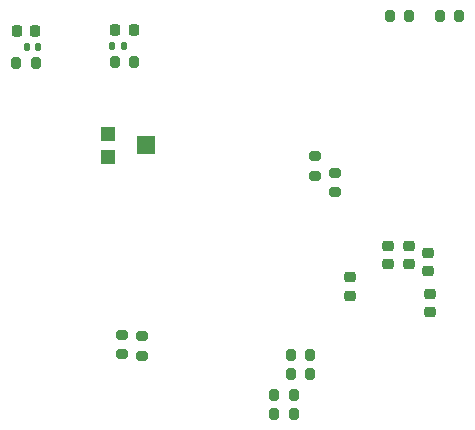
<source format=gbp>
G04 #@! TF.GenerationSoftware,KiCad,Pcbnew,7.0.7*
G04 #@! TF.CreationDate,2023-12-18T21:05:11-05:00*
G04 #@! TF.ProjectId,motor_board_pcb,6d6f746f-725f-4626-9f61-72645f706362,rev?*
G04 #@! TF.SameCoordinates,Original*
G04 #@! TF.FileFunction,Paste,Bot*
G04 #@! TF.FilePolarity,Positive*
%FSLAX46Y46*%
G04 Gerber Fmt 4.6, Leading zero omitted, Abs format (unit mm)*
G04 Created by KiCad (PCBNEW 7.0.7) date 2023-12-18 21:05:11*
%MOMM*%
%LPD*%
G01*
G04 APERTURE LIST*
G04 Aperture macros list*
%AMRoundRect*
0 Rectangle with rounded corners*
0 $1 Rounding radius*
0 $2 $3 $4 $5 $6 $7 $8 $9 X,Y pos of 4 corners*
0 Add a 4 corners polygon primitive as box body*
4,1,4,$2,$3,$4,$5,$6,$7,$8,$9,$2,$3,0*
0 Add four circle primitives for the rounded corners*
1,1,$1+$1,$2,$3*
1,1,$1+$1,$4,$5*
1,1,$1+$1,$6,$7*
1,1,$1+$1,$8,$9*
0 Add four rect primitives between the rounded corners*
20,1,$1+$1,$2,$3,$4,$5,0*
20,1,$1+$1,$4,$5,$6,$7,0*
20,1,$1+$1,$6,$7,$8,$9,0*
20,1,$1+$1,$8,$9,$2,$3,0*%
G04 Aperture macros list end*
%ADD10R,1.200000X1.200000*%
%ADD11R,1.500000X1.600000*%
%ADD12RoundRect,0.225000X0.250000X-0.225000X0.250000X0.225000X-0.250000X0.225000X-0.250000X-0.225000X0*%
%ADD13RoundRect,0.200000X0.275000X-0.200000X0.275000X0.200000X-0.275000X0.200000X-0.275000X-0.200000X0*%
%ADD14RoundRect,0.225000X-0.225000X-0.250000X0.225000X-0.250000X0.225000X0.250000X-0.225000X0.250000X0*%
%ADD15RoundRect,0.225000X0.225000X0.250000X-0.225000X0.250000X-0.225000X-0.250000X0.225000X-0.250000X0*%
%ADD16RoundRect,0.140000X-0.140000X-0.170000X0.140000X-0.170000X0.140000X0.170000X-0.140000X0.170000X0*%
%ADD17RoundRect,0.200000X0.200000X0.275000X-0.200000X0.275000X-0.200000X-0.275000X0.200000X-0.275000X0*%
%ADD18RoundRect,0.200000X-0.200000X-0.275000X0.200000X-0.275000X0.200000X0.275000X-0.200000X0.275000X0*%
%ADD19RoundRect,0.225000X-0.250000X0.225000X-0.250000X-0.225000X0.250000X-0.225000X0.250000X0.225000X0*%
%ADD20RoundRect,0.140000X0.140000X0.170000X-0.140000X0.170000X-0.140000X-0.170000X0.140000X-0.170000X0*%
G04 APERTURE END LIST*
D10*
X144005335Y-74750000D03*
D11*
X147255335Y-73750000D03*
D10*
X144005335Y-72750000D03*
D12*
X164500000Y-86475000D03*
X164500000Y-84925000D03*
D13*
X161500000Y-76325000D03*
X161500000Y-74675000D03*
D14*
X136275000Y-64050000D03*
X137825000Y-64050000D03*
D15*
X146175000Y-64000000D03*
X144625000Y-64000000D03*
D16*
X137120000Y-65400000D03*
X138080000Y-65400000D03*
D17*
X161131900Y-91479811D03*
X159481900Y-91479811D03*
D18*
X158075000Y-94900000D03*
X159725000Y-94900000D03*
D17*
X146225000Y-66700000D03*
X144575000Y-66700000D03*
D18*
X172115000Y-62750000D03*
X173765000Y-62750000D03*
D13*
X145206900Y-91443784D03*
X145206900Y-89793784D03*
X163200000Y-77725000D03*
X163200000Y-76075000D03*
D18*
X136225000Y-66750000D03*
X137875000Y-66750000D03*
X158075000Y-96500000D03*
X159725000Y-96500000D03*
D13*
X146906900Y-91543784D03*
X146906900Y-89893784D03*
D17*
X169515000Y-62780000D03*
X167865000Y-62780000D03*
D19*
X171100000Y-82825000D03*
X171100000Y-84375000D03*
D12*
X167750000Y-83775000D03*
X167750000Y-82225000D03*
D20*
X145330000Y-65350000D03*
X144370000Y-65350000D03*
D18*
X159481900Y-93079811D03*
X161131900Y-93079811D03*
D19*
X171300000Y-86325000D03*
X171300000Y-87875000D03*
D12*
X169500000Y-83775000D03*
X169500000Y-82225000D03*
M02*

</source>
